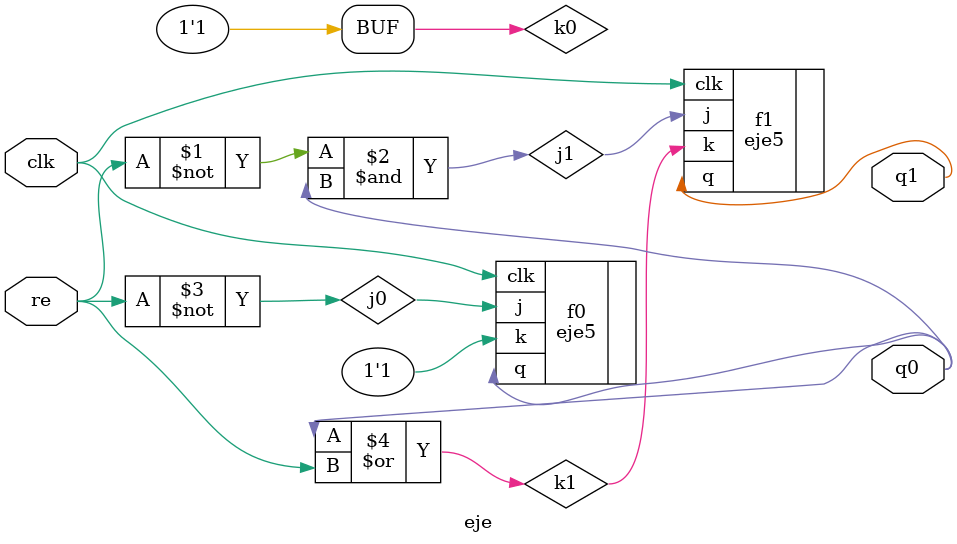
<source format=v>
module eje(
    input re,
    input clk,
    output q1,
    output q0
);

wire j1, k1, j0, k0;
assign j1 = ~re & q0;
assign j0 = ~re;
assign k1 = q0 | re;
assign k0 = 1'b1;
eje5 f1(
    .j(j1),
    .k(k1),
    .clk(clk),
    .q(q1)
);
eje5 f0(
    .j(j0),
    .k(k0),
    .clk(clk),
    .q(q0)

);

endmodule
</source>
